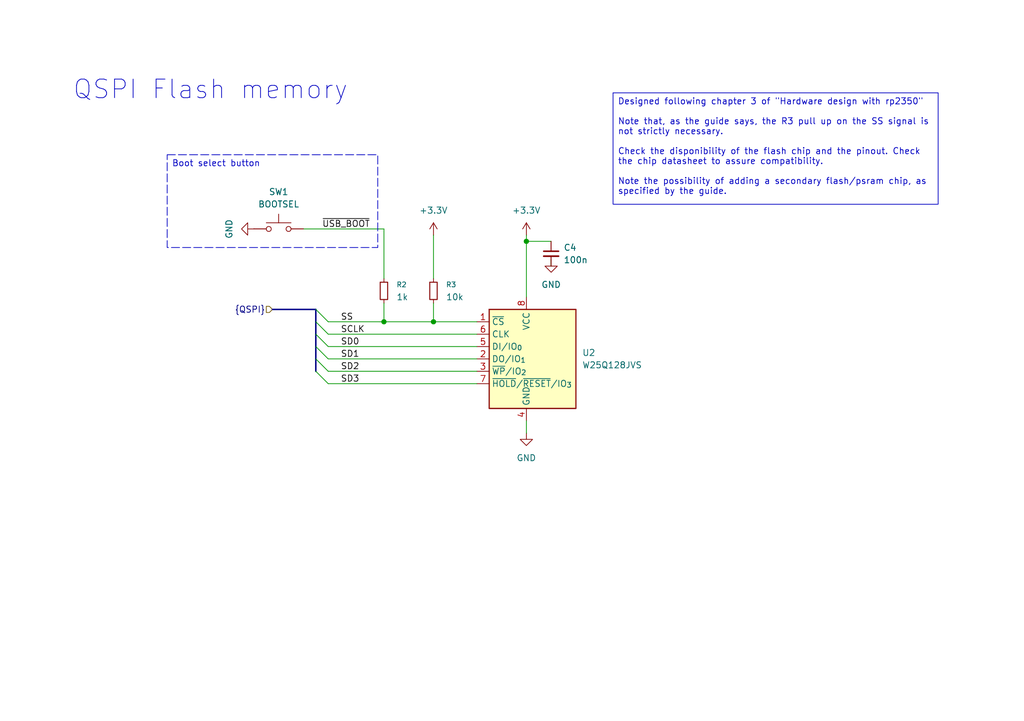
<source format=kicad_sch>
(kicad_sch (version 20250114) (generator "eeschema") (generator_version "9.0")
  (paper "A5")
  (title_block (title "Training Academy Board ") (date "2025-09-11") (rev "1.0") (company "Sapienza Rocket Team"))
  (lib_symbols
    (symbol "Device:C_Small" (pin_numbers (hide yes)) (pin_names (offset 0.254) (hide yes))
      (property "Reference" "C" (at 0.254 1.778 0))
      (property "Value" "C_Small" (at 0.254 -2.032 0))
      (symbol "C_Small_0_1"
        (polyline (pts (xy -1.524 0.508) (xy 1.524 0.508)) (stroke (width 0.3048)))
        (polyline (pts (xy -1.524 -0.508) (xy 1.524 -0.508)) (stroke (width 0.3302)))
      )
      (symbol "C_Small_1_1"
        (pin passive line (at 0 2.54 270) (length 2.032) (name "~") (number "1"))
        (pin passive line (at 0 -2.54 90) (length 2.032) (name "~") (number "2"))
      )
    )
    (symbol "Device:R_Small" (pin_numbers (hide yes)) (pin_names (offset 0.254) (hide yes))
      (property "Reference" "R" (at 0 0 90))
      (property "Value" "R_Small" (at 1.778 0 90))
      (symbol "R_Small_0_1"
        (rectangle (start -0.762 1.778) (end 0.762 -1.778) (stroke (width 0.2032)))
      )
      (symbol "R_Small_1_1"
        (pin passive line (at 0 2.54 270) (length 0.762) (name "~") (number "1"))
        (pin passive line (at 0 -2.54 90) (length 0.762) (name "~") (number "2"))
      )
    )
    (symbol "Memory_Flash:W25Q128JVS"
      (property "Reference" "U" (at -6.35 11.43 0))
      (property "Value" "W25Q128JVS" (at 7.62 11.43 0))
      (symbol "W25Q128JVS_0_1"
        (rectangle (start -7.62 10.16) (end 10.16 -10.16) (stroke (width 0.254)) (fill (type background)))
      )
      (symbol "W25Q128JVS_1_1"
        (pin input line (at -10.16 7.62 0) (length 2.54) (name "~{CS}") (number "1"))
        (pin input line (at -10.16 5.08 0) (length 2.54) (name "CLK") (number "6"))
        (pin bidirectional line (at -10.16 2.54 0) (length 2.54) (name "DI/IO_{0}") (number "5"))
        (pin bidirectional line (at -10.16 0 0) (length 2.54) (name "DO/IO_{1}") (number "2"))
        (pin bidirectional line (at -10.16 -2.54 0) (length 2.54) (name "~{WP}/IO_{2}") (number "3"))
        (pin bidirectional line (at -10.16 -5.08 0) (length 2.54) (name "~{HOLD}/~{RESET}/IO_{3}") (number "7"))
        (pin power_in line (at 0 12.7 270) (length 2.54) (name "VCC") (number "8"))
        (pin power_in line (at 0 -12.7 90) (length 2.54) (name "GND") (number "4"))
      )
    )
    (symbol "Switch:SW_Push" (pin_numbers (hide yes)) (pin_names (offset 1.016) (hide yes))
      (property "Reference" "SW" (at 1.27 2.54 0))
      (property "Value" "SW_Push" (at 0 -1.524 0))
      (symbol "SW_Push_0_1"
        (circle (center -2.032 0) (radius 0.508))
        (polyline (pts (xy 0 1.27) (xy 0 3.048)))
        (circle (center 2.032 0) (radius 0.508))
        (polyline (pts (xy 2.54 1.27) (xy -2.54 1.27)))
        (pin passive line (at -5.08 0 0) (length 2.54) (name "1") (number "1"))
        (pin passive line (at 5.08 0 180) (length 2.54) (name "2") (number "2"))
      )
    )
    (symbol "power:+3.3V" (power) (pin_numbers (hide yes)) (pin_names (offset 0) (hide yes))
      (property "Value" "+3.3V" (at 0 3.556 0))
      (symbol "+3.3V_0_1"
        (polyline (pts (xy -0.762 1.27) (xy 0 2.54)))
        (polyline (pts (xy 0 2.54) (xy 0.762 1.27)))
        (polyline (pts (xy 0 0) (xy 0 2.54)))
      )
      (symbol "+3.3V_1_1"
        (pin power_in line (at 0 0 90) (length 0) (name "~") (number "1"))
      )
    )
    (symbol "power:GND" (power) (pin_numbers (hide yes)) (pin_names (offset 0) (hide yes))
      (property "Value" "GND" (at 0 -3.81 0))
      (symbol "GND_0_1"
        (polyline (pts (xy 0 0) (xy 0 -1.27) (xy 1.27 -1.27) (xy 0 -2.54) (xy -1.27 -1.27) (xy 0 -1.27)))
      )
      (symbol "GND_1_1"
        (pin power_in line (at 0 0 270) (length 0) (name "~") (number "1"))
      )
    )
  )
  (text "QSPI Flash memory\n" (at 43.18 18.542 0) (effects (font (size 3.81 3.81))))
  (text_box "Boot select button\n" (at 34.29 31.75 0) (size 43.18 19.05) (margins 0.9525 0.9525 0.9525 0.9525) (stroke (width 0) (type dash)) (effects (font (size 1.27 1.27)) (justify left top)))
  (text_box "Designed following chapter 3 of \"Hardware design with rp2350\"\n\nNote that, as the guide says, the R3 pull up on the SS signal is not strictly necessary.\n\nCheck the disponibility of the flash chip and the pinout. Check the chip datasheet to assure compatibility.\n\nNote the possibility of adding a secondary flash/psram chip, as specified by the guide." (at 125.73 19.05 0) (size 66.675 22.86) (margins 0.9525 0.9525 0.9525 0.9525) (effects (font (size 1.27 1.27)) (justify left top)))
  (junction (at 78.74 66.04))
  (junction (at 107.95 49.53))
  (junction (at 88.9 66.04))
  (bus_entry (at 64.77 76.2) (size 2.54 2.54))
  (bus_entry (at 64.77 71.12) (size 2.54 2.54))
  (bus_entry (at 64.77 66.04) (size 2.54 2.54))
  (bus_entry (at 64.77 68.58) (size 2.54 2.54))
  (bus_entry (at 64.77 73.66) (size 2.54 2.54))
  (bus_entry (at 64.77 63.5) (size 2.54 2.54))
  (wire (pts (xy 78.74 66.04) (xy 88.9 66.04)))
  (wire (pts (xy 67.31 71.12) (xy 97.79 71.12)))
  (wire (pts (xy 67.31 73.66) (xy 97.79 73.66)))
  (wire (pts (xy 67.31 68.58) (xy 97.79 68.58)))
  (bus (pts (xy 64.77 73.66) (xy 64.77 71.12)))
  (wire (pts (xy 67.31 76.2) (xy 97.79 76.2)))
  (bus (pts (xy 64.77 63.5) (xy 64.77 66.04)))
  (wire (pts (xy 113.03 53.34) (xy 113.03 54.61)))
  (wire (pts (xy 88.9 62.23) (xy 88.9 66.04)))
  (bus (pts (xy 64.77 76.2) (xy 64.77 73.66)))
  (wire (pts (xy 62.23 46.99) (xy 78.74 46.99)))
  (wire (pts (xy 67.31 66.04) (xy 78.74 66.04)))
  (wire (pts (xy 88.9 66.04) (xy 97.79 66.04)))
  (wire (pts (xy 78.74 46.99) (xy 78.74 57.15)))
  (wire (pts (xy 88.9 48.26) (xy 88.9 57.15)))
  (wire (pts (xy 107.95 88.9) (xy 107.95 86.36)))
  (wire (pts (xy 67.31 78.74) (xy 97.79 78.74)))
  (bus (pts (xy 64.77 71.12) (xy 64.77 68.58)))
  (bus (pts (xy 64.77 68.58) (xy 64.77 66.04)))
  (wire (pts (xy 78.74 62.23) (xy 78.74 66.04)))
  (wire (pts (xy 107.95 48.26) (xy 107.95 49.53)))
  (wire (pts (xy 107.95 49.53) (xy 107.95 60.96)))
  (wire (pts (xy 107.95 49.53) (xy 113.03 49.53)))
  (bus (pts (xy 55.88 63.5) (xy 64.77 63.5)))
  (label "SS" (at 69.85 66.04 0))
  (label "SD0" (at 69.85 71.12 0))
  (label "~{USB_BOOT}" (at 66.04 46.99 0))
  (label "SD1" (at 69.85 73.66 0))
  (label "SD2" (at 69.85 76.2 0))
  (label "SD3" (at 69.85 78.74 0))
  (label "SCLK" (at 69.85 68.58 0))
  (hierarchical_label "{QSPI}" (shape input) (at 55.88 63.5 180))
  (symbol (lib_id "power:+3.3V") (at 88.9 48.26 0) (unit 1)
    (property "Reference" "#PWR012" (effects (hide yes)))
    (property "Value" "+3.3V" (at 88.9 43.18 0))
    (property "Description" "Power symbol creates a global label with name \"+3.3V\"" (effects (hide yes)))
  )
  (symbol (lib_id "power:GND") (at 107.95 88.9 0) (unit 1)
    (property "Reference" "#PWR09" (effects (hide yes)))
    (property "Value" "GND" (at 107.95 93.98 0))
    (property "Description" "Power symbol creates a global label with name \"GND\" , ground" (effects (hide yes)))
  )
  (symbol (lib_id "Device:R_Small") (at 78.74 59.69 0) (unit 1)
    (property "Reference" "R2" (at 81.28 58.4199 0) (effects (font (size 1.016 1.016)) (justify left)))
    (property "Value" "1k" (at 81.28 60.9599 0) (effects (justify left)))
    (property "Footprint" "Resistor_SMD:R_0603_1608Metric_Pad0.98x0.95mm_HandSolder" (effects (hide yes)))
    (property "Description" "Resistor, small symbol" (effects (hide yes)))
  )
  (symbol (lib_id "power:+3.3V") (at 107.95 48.26 0) (unit 1)
    (property "Reference" "#PWR08" (effects (hide yes)))
    (property "Value" "+3.3V" (at 107.95 43.18 0))
    (property "Description" "Power symbol creates a global label with name \"+3.3V\"" (effects (hide yes)))
  )
  (symbol (lib_id "Device:C_Small") (at 113.03 52.07 0) (unit 1)
    (property "Reference" "C4" (at 115.57 50.8062 0) (effects (justify left)))
    (property "Value" "100n" (at 115.57 53.3462 0) (effects (justify left)))
    (property "Footprint" "Capacitor_SMD:C_0603_1608Metric_Pad1.08x0.95mm_HandSolder" (effects (hide yes)))
    (property "Description" "Unpolarized capacitor, small symbol" (effects (hide yes)))
  )
  (symbol (lib_id "Device:R_Small") (at 88.9 59.69 0) (unit 1)
    (property "Reference" "R3" (at 91.44 58.4199 0) (effects (font (size 1.016 1.016)) (justify left)))
    (property "Value" "10k" (at 91.44 60.9599 0) (effects (justify left)))
    (property "Footprint" "Resistor_SMD:R_0603_1608Metric_Pad0.98x0.95mm_HandSolder" (effects (hide yes)))
    (property "Description" "Resistor, small symbol" (effects (hide yes)))
  )
  (symbol (lib_id "Switch:SW_Push") (at 57.15 46.99 0) (unit 1)
    (property "Reference" "SW1" (at 57.15 39.37 0))
    (property "Value" "BOOTSEL" (at 57.15 41.91 0))
    (property "Footprint" "TSB008:TSB008" (effects (hide yes)))
    (property "Description" "Push button switch, generic, two pins" (effects (hide yes)))
  )
  (symbol (lib_id "power:GND") (at 52.07 46.99 270) (unit 1)
    (property "Reference" "#PWR011" (effects (hide yes)))
    (property "Value" "GND" (at 46.99 46.99 0))
    (property "Description" "Power symbol creates a global label with name \"GND\" , ground" (effects (hide yes)))
  )
  (symbol (lib_id "Memory_Flash:W25Q128JVS") (at 107.95 73.66 0) (unit 1)
    (property "Reference" "U2" (at 119.38 72.3899 0) (effects (justify left)))
    (property "Value" "W25Q128JVS" (at 119.38 74.9299 0) (effects (justify left)))
    (property "Footprint" "Package_SO:SOIC-8_5.3x5.3mm_P1.27mm" (effects (hide yes)))
    (property "Datasheet" "https://www.winbond.com/resource-files/w25q128jv_dtr%20revc%2003272018%20plus.pdf" (effects (hide yes)))
    (property "Description" "128Mbit / 16MiB Serial Flash Memory, Standard/Dual/Quad SPI, 2.7-3.6V, SOIC-8" (effects (hide yes)))
  )
  (symbol (lib_id "power:GND") (at 113.03 53.34 0) (unit 1)
    (property "Reference" "#PWR010" (effects (hide yes)))
    (property "Value" "GND" (at 113.03 58.42 0))
    (property "Description" "Power symbol creates a global label with name \"GND\" , ground" (effects (hide yes)))
  )
)
</source>
